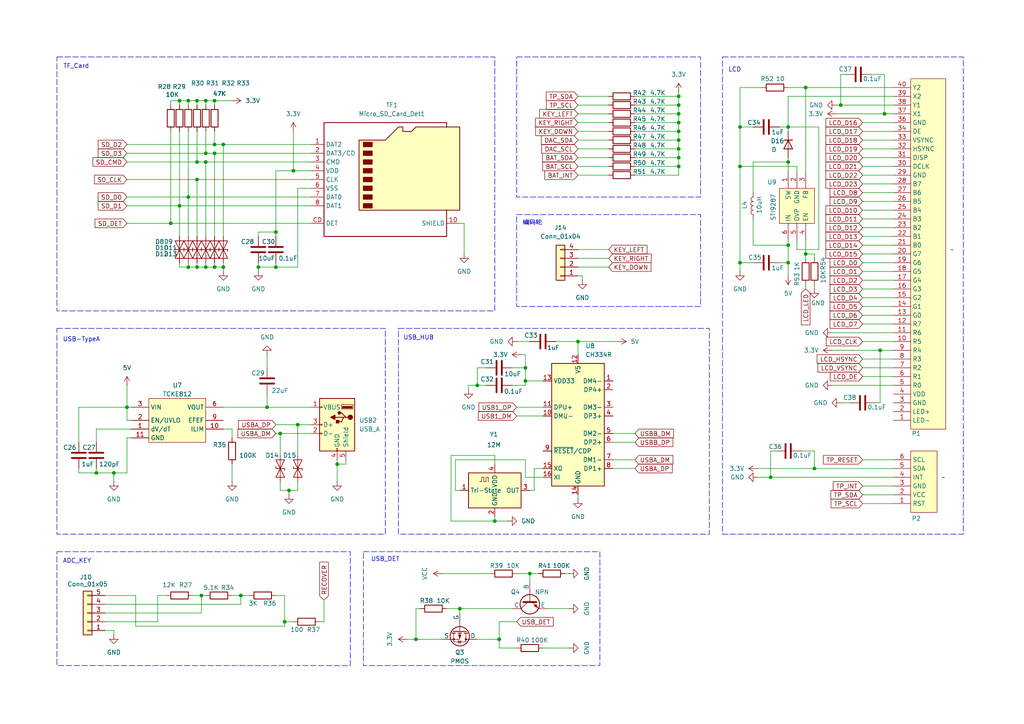
<source format=kicad_sch>
(kicad_sch (version 20250114) (generator "eeschema") (generator_version "9.0")
  (paper "A4")
  (rectangle (start 16.51 16.51) (end 143.51 90.17) (stroke (width 0) (type dash)))
  (rectangle (start 16.51 95.25) (end 111.76 154.94) (stroke (width 0) (type dash)))
  (rectangle (start 105.41 160.02) (end 173.99 193.04) (stroke (width 0) (type dash)))
  (rectangle (start 209.55 16.51) (end 279.4 154.94) (stroke (width 0) (type dash)))
  (rectangle (start 149.86 16.51) (end 203.2 57.15) (stroke (width 0) (type dash)))
  (rectangle (start 16.51 160.02) (end 101.6 193.04) (stroke (width 0) (type dash)))
  (rectangle (start 149.86 62.23) (end 203.2 88.9) (stroke (width 0) (type dash)))
  (rectangle (start 115.57 95.25) (end 205.74 154.94) (stroke (width 0) (type dash)))
  (text "ADC_KEY" (at 22.352 162.814 0) (effects (font (size 1.27 1.27))))
  (text "USB-TypeA" (at 23.622 98.552 0) (effects (font (size 1.27 1.27))))
  (text "编码轮" (at 154.432 64.77 0) (effects (font (size 1.27 1.27))))
  (text "USB_DET" (at 111.76 162.306 0) (effects (font (size 1.27 1.27))))
  (text "USB_HUB" (at 121.412 98.044 0) (effects (font (size 1.27 1.27))))
  (text "LCD" (at 213.106 20.32 0) (effects (font (size 1.27 1.27))))
  (text "TF_Card" (at 22.098 19.304 0) (effects (font (size 1.27 1.27))))
  (junction (at 233.68 25.4))
  (junction (at 54.61 77.47))
  (junction (at 153.67 166.37))
  (junction (at 62.23 29.21))
  (junction (at 196.85 43.18))
  (junction (at 69.85 172.72))
  (junction (at 81.28 125.73))
  (junction (at 86.36 123.19))
  (junction (at 36.83 118.11))
  (junction (at 49.53 64.77))
  (junction (at 59.69 29.21))
  (junction (at 54.61 57.15))
  (junction (at 196.85 33.02))
  (junction (at 243.84 30.48))
  (junction (at 62.23 77.47))
  (junction (at 120.65 185.42))
  (junction (at 80.01 67.31))
  (junction (at 85.09 49.53))
  (junction (at 62.23 41.91))
  (junction (at 57.15 46.99))
  (junction (at 214.63 48.26))
  (junction (at 196.85 35.56))
  (junction (at 64.77 77.47))
  (junction (at 83.82 142.24))
  (junction (at 196.85 40.64))
  (junction (at 33.02 137.16))
  (junction (at 62.23 44.45))
  (junction (at 57.15 52.07))
  (junction (at 59.69 77.47))
  (junction (at 82.55 180.34))
  (junction (at 196.85 27.94))
  (junction (at 58.42 172.72))
  (junction (at 196.85 30.48))
  (junction (at 52.07 59.69))
  (junction (at 138.43 111.76))
  (junction (at 223.52 138.43))
  (junction (at 59.69 46.99))
  (junction (at 214.63 76.2))
  (junction (at 233.68 73.66))
  (junction (at 236.22 135.89))
  (junction (at 143.51 151.13))
  (junction (at 196.85 38.1))
  (junction (at 54.61 29.21))
  (junction (at 59.69 44.45))
  (junction (at 27.94 137.16))
  (junction (at 196.85 45.72))
  (junction (at 152.4 110.49))
  (junction (at 152.4 106.68))
  (junction (at 97.79 134.62))
  (junction (at 228.6 36.83))
  (junction (at 80.01 77.47))
  (junction (at 133.35 176.53))
  (junction (at 196.85 48.26))
  (junction (at 255.27 101.6))
  (junction (at 74.93 77.47))
  (junction (at 214.63 36.83))
  (junction (at 167.64 99.06))
  (junction (at 57.15 77.47))
  (junction (at 64.77 41.91))
  (junction (at 228.6 46.99))
  (junction (at 228.6 71.12))
  (junction (at 57.15 29.21))
  (junction (at 256.54 33.02))
  (junction (at 228.6 76.2))
  (junction (at 144.78 185.42))
  (junction (at 52.07 29.21))
  (junction (at 77.47 118.11))
  (wire (pts (xy 22.86 137.16) (xy 27.94 137.16)))
  (wire (pts (xy 52.07 59.69) (xy 90.17 59.69)))
  (wire (pts (xy 153.67 166.37) (xy 156.21 166.37)))
  (wire (pts (xy 149.86 166.37) (xy 153.67 166.37)))
  (wire (pts (xy 36.83 64.77) (xy 49.53 64.77)))
  (wire (pts (xy 67.31 134.62) (xy 67.31 139.7)))
  (wire (pts (xy 82.55 181.61) (xy 82.55 180.34)))
  (wire (pts (xy 236.22 74.93) (xy 236.22 73.66)))
  (wire (pts (xy 54.61 57.15) (xy 90.17 57.15)))
  (wire (pts (xy 184.15 50.8) (xy 196.85 50.8)))
  (wire (pts (xy 233.68 82.55) (xy 233.68 83.82)))
  (wire (pts (xy 38.1 124.46) (xy 27.94 124.46)))
  (wire (pts (xy 62.23 29.21) (xy 67.31 29.21)))
  (wire (pts (xy 214.63 76.2) (xy 218.44 76.2)))
  (wire (pts (xy 259.08 27.94) (xy 228.6 27.94)))
  (wire (pts (xy 167.64 27.94) (xy 176.53 27.94)))
  (wire (pts (xy 154.94 142.24) (xy 154.94 135.89)))
  (wire (pts (xy 152.4 110.49) (xy 157.48 110.49)))
  (wire (pts (xy 140.97 106.68) (xy 138.43 106.68)))
  (wire (pts (xy 143.51 132.08) (xy 130.81 132.08)))
  (wire (pts (xy 167.64 40.64) (xy 176.53 40.64)))
  (wire (pts (xy 242.57 30.48) (xy 243.84 30.48)))
  (wire (pts (xy 243.84 116.84) (xy 246.38 116.84)))
  (wire (pts (xy 36.83 57.15) (xy 54.61 57.15)))
  (wire (pts (xy 144.78 187.96) (xy 144.78 185.42)))
  (wire (pts (xy 36.83 111.76) (xy 36.83 118.11)))
  (wire (pts (xy 177.8 128.27) (xy 184.15 128.27)))
  (wire (pts (xy 33.02 137.16) (xy 33.02 139.7)))
  (wire (pts (xy 149.86 120.65) (xy 157.48 120.65)))
  (wire (pts (xy 218.44 36.83) (xy 214.63 36.83)))
  (wire (pts (xy 255.27 116.84) (xy 254 116.84)))
  (wire (pts (xy 58.42 172.72) (xy 59.69 172.72)))
  (wire (pts (xy 250.19 55.88) (xy 259.08 55.88)))
  (wire (pts (xy 196.85 35.56) (xy 196.85 33.02)))
  (wire (pts (xy 176.53 77.47) (xy 167.64 77.47)))
  (wire (pts (xy 228.6 71.12) (xy 218.44 71.12)))
  (wire (pts (xy 250.19 43.18) (xy 259.08 43.18)))
  (wire (pts (xy 133.35 177.8) (xy 133.35 176.53)))
  (wire (pts (xy 64.77 41.91) (xy 90.17 41.91)))
  (wire (pts (xy 57.15 76.2) (xy 57.15 77.47)))
  (wire (pts (xy 241.3 111.76) (xy 259.08 111.76)))
  (wire (pts (xy 250.19 88.9) (xy 259.08 88.9)))
  (wire (pts (xy 57.15 38.1) (xy 57.15 46.99)))
  (wire (pts (xy 223.52 138.43) (xy 223.52 130.81)))
  (wire (pts (xy 67.31 172.72) (xy 69.85 172.72)))
  (wire (pts (xy 45.72 172.72) (xy 48.26 172.72)))
  (wire (pts (xy 152.4 138.43) (xy 152.4 133.35)))
  (wire (pts (xy 80.01 123.19) (xy 86.36 123.19)))
  (wire (pts (xy 57.15 77.47) (xy 59.69 77.47)))
  (wire (pts (xy 33.02 182.88) (xy 33.02 184.15)))
  (wire (pts (xy 250.19 71.12) (xy 259.08 71.12)))
  (wire (pts (xy 30.48 172.72) (xy 39.37 172.72)))
  (wire (pts (xy 158.75 176.53) (xy 165.1 176.53)))
  (wire (pts (xy 232.41 130.81) (xy 236.22 130.81)))
  (wire (pts (xy 97.79 133.35) (xy 97.79 134.62)))
  (wire (pts (xy 228.6 76.2) (xy 228.6 80.01)))
  (wire (pts (xy 250.19 83.82) (xy 259.08 83.82)))
  (wire (pts (xy 237.49 36.83) (xy 228.6 36.83)))
  (wire (pts (xy 250.19 73.66) (xy 259.08 73.66)))
  (wire (pts (xy 250.19 66.04) (xy 259.08 66.04)))
  (wire (pts (xy 177.8 135.89) (xy 184.15 135.89)))
  (wire (pts (xy 36.83 44.45) (xy 59.69 44.45)))
  (wire (pts (xy 59.69 44.45) (xy 62.23 44.45)))
  (wire (pts (xy 77.47 118.11) (xy 90.17 118.11)))
  (wire (pts (xy 152.4 102.87) (xy 152.4 106.68)))
  (wire (pts (xy 30.48 177.8) (xy 58.42 177.8)))
  (wire (pts (xy 236.22 82.55) (xy 236.22 83.82)))
  (wire (pts (xy 148.59 106.68) (xy 152.4 106.68)))
  (wire (pts (xy 93.98 180.34) (xy 92.71 180.34)))
  (wire (pts (xy 36.83 41.91) (xy 62.23 41.91)))
  (wire (pts (xy 250.19 53.34) (xy 259.08 53.34)))
  (wire (pts (xy 250.19 63.5) (xy 259.08 63.5)))
  (wire (pts (xy 133.35 176.53) (xy 148.59 176.53)))
  (wire (pts (xy 80.01 172.72) (xy 82.55 172.72)))
  (wire (pts (xy 228.6 25.4) (xy 233.68 25.4)))
  (wire (pts (xy 49.53 29.21) (xy 52.07 29.21)))
  (wire (pts (xy 54.61 29.21) (xy 57.15 29.21)))
  (wire (pts (xy 196.85 38.1) (xy 196.85 35.56)))
  (wire (pts (xy 83.82 142.24) (xy 81.28 142.24)))
  (wire (pts (xy 62.23 77.47) (xy 64.77 77.47)))
  (wire (pts (xy 86.36 77.47) (xy 80.01 77.47)))
  (wire (pts (xy 57.15 52.07) (xy 90.17 52.07)))
  (wire (pts (xy 54.61 38.1) (xy 54.61 57.15)))
  (wire (pts (xy 57.15 29.21) (xy 57.15 30.48)))
  (wire (pts (xy 38.1 118.11) (xy 36.83 118.11)))
  (wire (pts (xy 243.84 30.48) (xy 259.08 30.48)))
  (wire (pts (xy 120.65 185.42) (xy 128.27 185.42)))
  (wire (pts (xy 133.35 64.77) (xy 134.62 64.77)))
  (wire (pts (xy 184.15 33.02) (xy 196.85 33.02)))
  (wire (pts (xy 100.33 134.62) (xy 97.79 134.62)))
  (wire (pts (xy 27.94 137.16) (xy 33.02 137.16)))
  (wire (pts (xy 54.61 29.21) (xy 54.61 30.48)))
  (wire (pts (xy 135.89 111.76) (xy 138.43 111.76)))
  (wire (pts (xy 214.63 36.83) (xy 214.63 48.26)))
  (wire (pts (xy 59.69 29.21) (xy 62.23 29.21)))
  (wire (pts (xy 64.77 77.47) (xy 64.77 78.74)))
  (wire (pts (xy 86.36 139.7) (xy 86.36 142.24)))
  (wire (pts (xy 149.86 180.34) (xy 144.78 180.34)))
  (wire (pts (xy 74.93 67.31) (xy 80.01 67.31)))
  (wire (pts (xy 153.67 142.24) (xy 154.94 142.24)))
  (wire (pts (xy 177.8 125.73) (xy 184.15 125.73)))
  (wire (pts (xy 22.86 128.27) (xy 22.86 118.11)))
  (wire (pts (xy 250.19 99.06) (xy 259.08 99.06)))
  (wire (pts (xy 196.85 30.48) (xy 196.85 27.94)))
  (wire (pts (xy 228.6 76.2) (xy 228.6 71.12)))
  (wire (pts (xy 250.19 40.64) (xy 259.08 40.64)))
  (wire (pts (xy 62.23 41.91) (xy 64.77 41.91)))
  (wire (pts (xy 250.19 45.72) (xy 259.08 45.72)))
  (wire (pts (xy 250.19 38.1) (xy 259.08 38.1)))
  (wire (pts (xy 52.07 76.2) (xy 52.07 77.47)))
  (wire (pts (xy 219.71 138.43) (xy 223.52 138.43)))
  (wire (pts (xy 250.19 133.35) (xy 259.08 133.35)))
  (wire (pts (xy 55.88 172.72) (xy 58.42 172.72)))
  (wire (pts (xy 196.85 43.18) (xy 196.85 45.72)))
  (wire (pts (xy 85.09 49.53) (xy 90.17 49.53)))
  (wire (pts (xy 255.27 101.6) (xy 259.08 101.6)))
  (wire (pts (xy 184.15 27.94) (xy 196.85 27.94)))
  (wire (pts (xy 143.51 151.13) (xy 147.32 151.13)))
  (wire (pts (xy 54.61 57.15) (xy 54.61 68.58)))
  (wire (pts (xy 30.48 182.88) (xy 33.02 182.88)))
  (wire (pts (xy 74.93 77.47) (xy 74.93 78.74)))
  (wire (pts (xy 49.53 38.1) (xy 49.53 64.77)))
  (wire (pts (xy 27.94 124.46) (xy 27.94 128.27)))
  (wire (pts (xy 167.64 48.26) (xy 176.53 48.26)))
  (wire (pts (xy 245.11 21.59) (xy 243.84 21.59)))
  (wire (pts (xy 218.44 71.12) (xy 218.44 63.5)))
  (wire (pts (xy 226.06 76.2) (xy 228.6 76.2)))
  (wire (pts (xy 250.19 86.36) (xy 259.08 86.36)))
  (wire (pts (xy 81.28 142.24) (xy 81.28 139.7)))
  (wire (pts (xy 167.64 143.51) (xy 167.64 144.78)))
  (wire (pts (xy 233.68 69.85) (xy 233.68 73.66)))
  (wire (pts (xy 144.78 180.34) (xy 144.78 185.42)))
  (wire (pts (xy 138.43 111.76) (xy 140.97 111.76)))
  (wire (pts (xy 196.85 40.64) (xy 196.85 38.1)))
  (wire (pts (xy 196.85 48.26) (xy 196.85 50.8)))
  (wire (pts (xy 39.37 181.61) (xy 82.55 181.61)))
  (wire (pts (xy 59.69 46.99) (xy 90.17 46.99)))
  (wire (pts (xy 36.83 127) (xy 36.83 137.16)))
  (wire (pts (xy 52.07 59.69) (xy 52.07 68.58)))
  (wire (pts (xy 52.07 38.1) (xy 52.07 59.69)))
  (wire (pts (xy 64.77 41.91) (xy 64.77 68.58)))
  (wire (pts (xy 250.19 91.44) (xy 259.08 91.44)))
  (wire (pts (xy 85.09 38.1) (xy 85.09 49.53)))
  (wire (pts (xy 233.68 25.4) (xy 233.68 49.53)))
  (wire (pts (xy 36.83 59.69) (xy 52.07 59.69)))
  (wire (pts (xy 250.19 35.56) (xy 259.08 35.56)))
  (wire (pts (xy 250.19 78.74) (xy 259.08 78.74)))
  (wire (pts (xy 39.37 172.72) (xy 39.37 181.61)))
  (wire (pts (xy 143.51 132.08) (xy 143.51 134.62)))
  (wire (pts (xy 231.14 69.85) (xy 231.14 72.39)))
  (wire (pts (xy 118.11 185.42) (xy 120.65 185.42)))
  (wire (pts (xy 157.48 187.96) (xy 165.1 187.96)))
  (wire (pts (xy 256.54 33.02) (xy 259.08 33.02)))
  (wire (pts (xy 59.69 38.1) (xy 59.69 44.45)))
  (wire (pts (xy 59.69 29.21) (xy 59.69 30.48)))
  (wire (pts (xy 250.19 93.98) (xy 259.08 93.98)))
  (wire (pts (xy 80.01 67.31) (xy 80.01 68.58)))
  (wire (pts (xy 144.78 187.96) (xy 149.86 187.96)))
  (wire (pts (xy 38.1 127) (xy 36.83 127)))
  (wire (pts (xy 52.07 29.21) (xy 54.61 29.21)))
  (wire (pts (xy 128.27 166.37) (xy 142.24 166.37)))
  (wire (pts (xy 86.36 54.61) (xy 90.17 54.61)))
  (wire (pts (xy 80.01 77.47) (xy 80.01 76.2)))
  (wire (pts (xy 134.62 64.77) (xy 134.62 73.66)))
  (wire (pts (xy 220.98 25.4) (xy 214.63 25.4)))
  (wire (pts (xy 57.15 46.99) (xy 59.69 46.99)))
  (wire (pts (xy 59.69 76.2) (xy 59.69 77.47)))
  (wire (pts (xy 228.6 69.85) (xy 228.6 71.12)))
  (wire (pts (xy 132.08 142.24) (xy 133.35 142.24)))
  (wire (pts (xy 149.86 118.11) (xy 157.48 118.11)))
  (wire (pts (xy 161.29 99.06) (xy 167.64 99.06)))
  (wire (pts (xy 214.63 76.2) (xy 214.63 78.74)))
  (wire (pts (xy 226.06 36.83) (xy 228.6 36.83)))
  (wire (pts (xy 219.71 135.89) (xy 236.22 135.89)))
  (wire (pts (xy 228.6 46.99) (xy 228.6 49.53)))
  (wire (pts (xy 67.31 124.46) (xy 67.31 127)))
  (wire (pts (xy 62.23 38.1) (xy 62.23 41.91)))
  (wire (pts (xy 82.55 180.34) (xy 85.09 180.34)))
  (wire (pts (xy 130.81 132.08) (xy 130.81 151.13)))
  (wire (pts (xy 196.85 45.72) (xy 196.85 48.26)))
  (wire (pts (xy 80.01 49.53) (xy 85.09 49.53)))
  (wire (pts (xy 30.48 175.26) (xy 69.85 175.26)))
  (wire (pts (xy 74.93 68.58) (xy 74.93 67.31)))
  (wire (pts (xy 69.85 172.72) (xy 72.39 172.72)))
  (wire (pts (xy 231.14 49.53) (xy 231.14 48.26)))
  (wire (pts (xy 184.15 45.72) (xy 196.85 45.72)))
  (wire (pts (xy 250.19 143.51) (xy 259.08 143.51)))
  (wire (pts (xy 250.19 76.2) (xy 259.08 76.2)))
  (wire (pts (xy 57.15 29.21) (xy 59.69 29.21)))
  (wire (pts (xy 52.07 29.21) (xy 52.07 30.48)))
  (wire (pts (xy 64.77 118.11) (xy 77.47 118.11)))
  (wire (pts (xy 152.4 106.68) (xy 152.4 110.49)))
  (wire (pts (xy 149.86 99.06) (xy 153.67 99.06)))
  (wire (pts (xy 196.85 43.18) (xy 196.85 40.64)))
  (wire (pts (xy 36.83 121.92) (xy 36.83 118.11)))
  (wire (pts (xy 27.94 135.89) (xy 27.94 137.16)))
  (wire (pts (xy 62.23 44.45) (xy 62.23 68.58)))
  (wire (pts (xy 152.4 111.76) (xy 152.4 110.49)))
  (wire (pts (xy 243.84 21.59) (xy 243.84 30.48)))
  (wire (pts (xy 250.19 109.22) (xy 259.08 109.22)))
  (wire (pts (xy 132.08 133.35) (xy 132.08 142.24)))
  (wire (pts (xy 86.36 123.19) (xy 86.36 132.08)))
  (wire (pts (xy 184.15 30.48) (xy 196.85 30.48)))
  (wire (pts (xy 167.64 80.01) (xy 168.91 80.01)))
  (wire (pts (xy 52.07 77.47) (xy 54.61 77.47)))
  (wire (pts (xy 196.85 33.02) (xy 196.85 30.48)))
  (wire (pts (xy 22.86 118.11) (xy 36.83 118.11)))
  (wire (pts (xy 250.19 81.28) (xy 259.08 81.28)))
  (wire (pts (xy 250.19 48.26) (xy 259.08 48.26)))
  (wire (pts (xy 86.36 54.61) (xy 86.36 77.47)))
  (wire (pts (xy 80.01 125.73) (xy 81.28 125.73)))
  (wire (pts (xy 93.98 173.99) (xy 93.98 180.34)))
  (wire (pts (xy 138.43 106.68) (xy 138.43 111.76)))
  (wire (pts (xy 163.83 166.37) (xy 165.1 166.37)))
  (wire (pts (xy 69.85 172.72) (xy 69.85 175.26)))
  (wire (pts (xy 218.44 46.99) (xy 228.6 46.99)))
  (wire (pts (xy 255.27 101.6) (xy 255.27 116.84)))
  (wire (pts (xy 135.89 113.03) (xy 135.89 111.76)))
  (wire (pts (xy 121.92 176.53) (xy 120.65 176.53)))
  (wire (pts (xy 49.53 30.48) (xy 49.53 29.21)))
  (wire (pts (xy 233.68 25.4) (xy 259.08 25.4)))
  (wire (pts (xy 82.55 172.72) (xy 82.55 180.34)))
  (wire (pts (xy 167.64 99.06) (xy 167.64 102.87)))
  (wire (pts (xy 58.42 177.8) (xy 58.42 172.72)))
  (wire (pts (xy 80.01 67.31) (xy 80.01 49.53)))
  (wire (pts (xy 36.83 52.07) (xy 57.15 52.07)))
  (wire (pts (xy 228.6 45.72) (xy 228.6 46.99)))
  (wire (pts (xy 144.78 185.42) (xy 138.43 185.42)))
  (wire (pts (xy 54.61 76.2) (xy 54.61 77.47)))
  (wire (pts (xy 74.93 76.2) (xy 74.93 77.47)))
  (wire (pts (xy 62.23 76.2) (xy 62.23 77.47)))
  (wire (pts (xy 228.6 36.83) (xy 228.6 38.1)))
  (wire (pts (xy 167.64 33.02) (xy 176.53 33.02)))
  (wire (pts (xy 236.22 135.89) (xy 259.08 135.89)))
  (wire (pts (xy 59.69 46.99) (xy 59.69 68.58)))
  (wire (pts (xy 184.15 35.56) (xy 196.85 35.56)))
  (wire (pts (xy 38.1 121.92) (xy 36.83 121.92)))
  (wire (pts (xy 157.48 138.43) (xy 152.4 138.43)))
  (wire (pts (xy 196.85 27.94) (xy 196.85 26.67)))
  (wire (pts (xy 148.59 111.76) (xy 152.4 111.76)))
  (wire (pts (xy 167.64 35.56) (xy 176.53 35.56)))
  (wire (pts (xy 167.64 50.8) (xy 176.53 50.8)))
  (wire (pts (xy 151.13 102.87) (xy 152.4 102.87)))
  (wire (pts (xy 129.54 176.53) (xy 133.35 176.53)))
  (wire (pts (xy 236.22 130.81) (xy 236.22 135.89)))
  (wire (pts (xy 81.28 125.73) (xy 81.28 132.08)))
  (wire (pts (xy 233.68 73.66) (xy 236.22 73.66)))
  (wire (pts (xy 49.53 64.77) (xy 90.17 64.77)))
  (wire (pts (xy 214.63 48.26) (xy 214.63 76.2)))
  (wire (pts (xy 231.14 72.39) (xy 237.49 72.39)))
  (wire (pts (xy 62.23 29.21) (xy 62.23 30.48)))
  (wire (pts (xy 54.61 77.47) (xy 57.15 77.47)))
  (wire (pts (xy 59.69 77.47) (xy 62.23 77.47)))
  (wire (pts (xy 77.47 102.87) (xy 77.47 106.68)))
  (wire (pts (xy 218.44 55.88) (xy 218.44 46.99)))
  (wire (pts (xy 184.15 40.64) (xy 196.85 40.64)))
  (wire (pts (xy 62.23 44.45) (xy 90.17 44.45)))
  (wire (pts (xy 167.64 30.48) (xy 176.53 30.48)))
  (wire (pts (xy 77.47 114.3) (xy 77.47 118.11)))
  (wire (pts (xy 64.77 124.46) (xy 67.31 124.46)))
  (wire (pts (xy 57.15 52.07) (xy 57.15 68.58)))
  (wire (pts (xy 241.3 101.6) (xy 255.27 101.6)))
  (wire (pts (xy 130.81 151.13) (xy 143.51 151.13)))
  (wire (pts (xy 86.36 123.19) (xy 90.17 123.19)))
  (wire (pts (xy 33.02 137.16) (xy 36.83 137.16)))
  (wire (pts (xy 252.73 21.59) (xy 256.54 21.59)))
  (wire (pts (xy 120.65 185.42) (xy 120.65 176.53)))
  (wire (pts (xy 241.3 96.52) (xy 259.08 96.52)))
  (wire (pts (xy 233.68 73.66) (xy 233.68 74.93)))
  (wire (pts (xy 250.19 140.97) (xy 259.08 140.97)))
  (wire (pts (xy 242.57 33.02) (xy 256.54 33.02)))
  (wire (pts (xy 250.19 68.58) (xy 259.08 68.58)))
  (wire (pts (xy 30.48 180.34) (xy 45.72 180.34)))
  (wire (pts (xy 167.64 99.06) (xy 179.07 99.06)))
  (wire (pts (xy 250.19 60.96) (xy 259.08 60.96)))
  (wire (pts (xy 36.83 46.99) (xy 57.15 46.99)))
  (wire (pts (xy 154.94 135.89) (xy 157.48 135.89)))
  (wire (pts (xy 81.28 125.73) (xy 90.17 125.73)))
  (wire (pts (xy 250.19 104.14) (xy 259.08 104.14)))
  (wire (pts (xy 86.36 142.24) (xy 83.82 142.24)))
  (wire (pts (xy 100.33 133.35) (xy 100.33 134.62)))
  (wire (pts (xy 97.79 134.62) (xy 97.79 139.7)))
  (wire (pts (xy 231.14 48.26) (xy 214.63 48.26)))
  (wire (pts (xy 250.19 146.05) (xy 259.08 146.05)))
  (wire (pts (xy 184.15 48.26) (xy 196.85 48.26)))
  (wire (pts (xy 256.54 21.59) (xy 256.54 33.02)))
  (wire (pts (xy 223.52 138.43) (xy 259.08 138.43)))
  (wire (pts (xy 177.8 133.35) (xy 184.15 133.35)))
  (wire (pts (xy 237.49 72.39) (xy 237.49 36.83)))
  (wire (pts (xy 45.72 180.34) (xy 45.72 172.72)))
  (wire (pts (xy 184.15 38.1) (xy 196.85 38.1)))
  (wire (pts (xy 184.15 43.18) (xy 196.85 43.18)))
  (wire (pts (xy 167.64 45.72) (xy 176.53 45.72)))
  (wire (pts (xy 64.77 76.2) (xy 64.77 77.47)))
  (wire (pts (xy 153.67 168.91) (xy 153.67 166.37)))
  (wire (pts (xy 22.86 135.89) (xy 22.86 137.16)))
  (wire (pts (xy 176.53 72.39) (xy 167.64 72.39)))
  (wire (pts (xy 143.51 151.13) (xy 143.51 149.86)))
  (wire (pts (xy 80.01 77.47) (xy 74.93 77.47)))
  (wire (pts (xy 83.82 142.24) (xy 83.82 143.51)))
  (wire (pts (xy 228.6 27.94) (xy 228.6 36.83)))
  (wire (pts (xy 168.91 80.01) (xy 168.91 81.28)))
  (wire (pts (xy 167.64 38.1) (xy 176.53 38.1)))
  (wire (pts (xy 214.63 25.4) (xy 214.63 36.83)))
  (wire (pts (xy 176.53 74.93) (xy 167.64 74.93)))
  (wire (pts (xy 250.19 50.8) (xy 259.08 50.8)))
  (wire (pts (xy 167.64 43.18) (xy 176.53 43.18)))
  (wire (pts (xy 223.52 130.81) (xy 224.79 130.81)))
  (wire (pts (xy 152.4 133.35) (xy 132.08 133.35)))
  (wire (pts (xy 250.19 106.68) (xy 259.08 106.68)))
  (wire (pts (xy 250.19 58.42) (xy 259.08 58.42)))
  (global_label "USBA_DM" (shape input) (at 184.15 133.35 0) (property "Intersheetrefs" "${INTERSHEET_REFS}" (effects (hide yes))))
  (global_label "SD_D1" (shape input) (at 36.83 59.69 180) (property "Intersheetrefs" "${INTERSHEET_REFS}" (effects (hide yes))))
  (global_label "LCD_D13" (shape input) (at 250.19 68.58 180) (property "Intersheetrefs" "${INTERSHEET_REFS}" (effects (hide yes))))
  (global_label "LCD_D23" (shape input) (at 250.19 53.34 180) (property "Intersheetrefs" "${INTERSHEET_REFS}" (effects (hide yes))))
  (global_label "LCD_D21" (shape input) (at 250.19 48.26 180) (property "Intersheetrefs" "${INTERSHEET_REFS}" (effects (hide yes))))
  (global_label "USBB_DM" (shape input) (at 184.15 125.73 0) (property "Intersheetrefs" "${INTERSHEET_REFS}" (effects (hide yes))))
  (global_label "LCD_D6" (shape input) (at 250.19 91.44 180) (property "Intersheetrefs" "${INTERSHEET_REFS}" (effects (hide yes))))
  (global_label "USBA_DP" (shape input) (at 184.15 135.89 0) (property "Intersheetrefs" "${INTERSHEET_REFS}" (effects (hide yes))))
  (global_label "LCD_D9" (shape input) (at 250.19 58.42 180) (property "Intersheetrefs" "${INTERSHEET_REFS}" (effects (hide yes))))
  (global_label "LCD_D11" (shape input) (at 250.19 63.5 180) (property "Intersheetrefs" "${INTERSHEET_REFS}" (effects (hide yes))))
  (global_label "TP_SDA" (shape input) (at 167.64 27.94 180) (property "Intersheetrefs" "${INTERSHEET_REFS}" (effects (hide yes))))
  (global_label "LCD_D19" (shape input) (at 250.19 43.18 180) (property "Intersheetrefs" "${INTERSHEET_REFS}" (effects (hide yes))))
  (global_label "LCD_D4" (shape input) (at 250.19 86.36 180) (property "Intersheetrefs" "${INTERSHEET_REFS}" (effects (hide yes))))
  (global_label "RECOVER" (shape input) (at 93.98 173.99 90) (property "Intersheetrefs" "${INTERSHEET_REFS}" (effects (hide yes))))
  (global_label "LCD_D3" (shape input) (at 250.19 83.82 180) (property "Intersheetrefs" "${INTERSHEET_REFS}" (effects (hide yes))))
  (global_label "SD_D3" (shape input) (at 36.83 44.45 180) (property "Intersheetrefs" "${INTERSHEET_REFS}" (effects (hide yes))))
  (global_label "TP_SDA" (shape input) (at 250.19 143.51 180) (property "Intersheetrefs" "${INTERSHEET_REFS}" (effects (hide yes))))
  (global_label "LCD_D16" (shape input) (at 250.19 35.56 180) (property "Intersheetrefs" "${INTERSHEET_REFS}" (effects (hide yes))))
  (global_label "BAT_INT" (shape input) (at 167.64 50.8 180) (property "Intersheetrefs" "${INTERSHEET_REFS}" (effects (hide yes))))
  (global_label "KEY_RIGHT" (shape input) (at 167.64 35.56 180) (property "Intersheetrefs" "${INTERSHEET_REFS}" (effects (hide yes))))
  (global_label "TP_SCL" (shape input) (at 167.64 30.48 180) (property "Intersheetrefs" "${INTERSHEET_REFS}" (effects (hide yes))))
  (global_label "SD_CLK" (shape input) (at 36.83 52.07 180) (property "Intersheetrefs" "${INTERSHEET_REFS}" (effects (hide yes))))
  (global_label "SD_CMD" (shape input) (at 36.83 46.99 180) (property "Intersheetrefs" "${INTERSHEET_REFS}" (effects (hide yes))))
  (global_label "LCD_D7" (shape input) (at 250.19 93.98 180) (property "Intersheetrefs" "${INTERSHEET_REFS}" (effects (hide yes))))
  (global_label "KEY_RIGHT" (shape input) (at 176.53 74.93 0) (property "Intersheetrefs" "${INTERSHEET_REFS}" (effects (hide yes))))
  (global_label "LCD_D20" (shape input) (at 250.19 45.72 180) (property "Intersheetrefs" "${INTERSHEET_REFS}" (effects (hide yes))))
  (global_label "LCD_D15" (shape input) (at 250.19 73.66 180) (property "Intersheetrefs" "${INTERSHEET_REFS}" (effects (hide yes))))
  (global_label "BAT_SCL" (shape input) (at 167.64 48.26 180) (property "Intersheetrefs" "${INTERSHEET_REFS}" (effects (hide yes))))
  (global_label "LCD_D22" (shape input) (at 250.19 50.8 180) (property "Intersheetrefs" "${INTERSHEET_REFS}" (effects (hide yes))))
  (global_label "DAC_SCL" (shape input) (at 167.64 43.18 180) (property "Intersheetrefs" "${INTERSHEET_REFS}" (effects (hide yes))))
  (global_label "LCD_CLK" (shape input) (at 250.19 99.06 180) (property "Intersheetrefs" "${INTERSHEET_REFS}" (effects (hide yes))))
  (global_label "BAT_SDA" (shape input) (at 167.64 45.72 180) (property "Intersheetrefs" "${INTERSHEET_REFS}" (effects (hide yes))))
  (global_label "LCD_D2" (shape input) (at 250.19 81.28 180) (property "Intersheetrefs" "${INTERSHEET_REFS}" (effects (hide yes))))
  (global_label "KEY_LEFT" (shape input) (at 167.64 33.02 180) (property "Intersheetrefs" "${INTERSHEET_REFS}" (effects (hide yes))))
  (global_label "TP_INT" (shape input) (at 250.19 140.97 180) (property "Intersheetrefs" "${INTERSHEET_REFS}" (effects (hide yes))))
  (global_label "LCD_D0" (shape input) (at 250.19 76.2 180) (property "Intersheetrefs" "${INTERSHEET_REFS}" (effects (hide yes))))
  (global_label "USBB_DP" (shape input) (at 184.15 128.27 0) (property "Intersheetrefs" "${INTERSHEET_REFS}" (effects (hide yes))))
  (global_label "KEY_LEFT" (shape input) (at 176.53 72.39 0) (property "Intersheetrefs" "${INTERSHEET_REFS}" (effects (hide yes))))
  (global_label "LCD_D8" (shape input) (at 250.19 55.88 180) (property "Intersheetrefs" "${INTERSHEET_REFS}" (effects (hide yes))))
  (global_label "LCD_D5" (shape input) (at 250.19 88.9 180) (property "Intersheetrefs" "${INTERSHEET_REFS}" (effects (hide yes))))
  (global_label "KEY_DOWN" (shape input) (at 167.64 38.1 180) (property "Intersheetrefs" "${INTERSHEET_REFS}" (effects (hide yes))))
  (global_label "USB1_DP" (shape input) (at 149.86 118.11 180) (property "Intersheetrefs" "${INTERSHEET_REFS}" (effects (hide yes))))
  (global_label "LCD_DE" (shape input) (at 250.19 109.22 180) (property "Intersheetrefs" "${INTERSHEET_REFS}" (effects (hide yes))))
  (global_label "SD_D2" (shape input) (at 36.83 41.91 180) (property "Intersheetrefs" "${INTERSHEET_REFS}" (effects (hide yes))))
  (global_label "SD_DET" (shape input) (at 36.83 64.77 180) (property "Intersheetrefs" "${INTERSHEET_REFS}" (effects (hide yes))))
  (global_label "USB_DET" (shape input) (at 149.86 180.34 0) (property "Intersheetrefs" "${INTERSHEET_REFS}" (effects (hide yes))))
  (global_label "LCD_HSYNC" (shape input) (at 250.19 104.14 180) (property "Intersheetrefs" "${INTERSHEET_REFS}" (effects (hide yes))))
  (global_label "LCD_D17" (shape input) (at 250.19 38.1 180) (property "Intersheetrefs" "${INTERSHEET_REFS}" (effects (hide yes))))
  (global_label "USBA_DM" (shape input) (at 80.01 125.73 180) (property "Intersheetrefs" "${INTERSHEET_REFS}" (effects (hide yes))))
  (global_label "USBA_DP" (shape input) (at 80.01 123.19 180) (property "Intersheetrefs" "${INTERSHEET_REFS}" (effects (hide yes))))
  (global_label "DAC_SDA" (shape input) (at 167.64 40.64 180) (property "Intersheetrefs" "${INTERSHEET_REFS}" (effects (hide yes))))
  (global_label "SD_D0" (shape input) (at 36.83 57.15 180) (property "Intersheetrefs" "${INTERSHEET_REFS}" (effects (hide yes))))
  (global_label "TP_RESET" (shape input) (at 250.19 133.35 180) (property "Intersheetrefs" "${INTERSHEET_REFS}" (effects (hide yes))))
  (global_label "LCD_D1" (shape input) (at 250.19 78.74 180) (property "Intersheetrefs" "${INTERSHEET_REFS}" (effects (hide yes))))
  (global_label "LCD_LED" (shape input) (at 233.68 83.82 270) (property "Intersheetrefs" "${INTERSHEET_REFS}" (effects (hide yes))))
  (global_label "LCD_VSYNC" (shape input) (at 250.19 106.68 180) (property "Intersheetrefs" "${INTERSHEET_REFS}" (effects (hide yes))))
  (global_label "LCD_D12" (shape input) (at 250.19 66.04 180) (property "Intersheetrefs" "${INTERSHEET_REFS}" (effects (hide yes))))
  (global_label "KEY_DOWN" (shape input) (at 176.53 77.47 0) (property "Intersheetrefs" "${INTERSHEET_REFS}" (effects (hide yes))))
  (global_label "TP_SCL" (shape input) (at 250.19 146.05 180) (property "Intersheetrefs" "${INTERSHEET_REFS}" (effects (hide yes))))
  (global_label "LCD_D18" (shape input) (at 250.19 40.64 180) (property "Intersheetrefs" "${INTERSHEET_REFS}" (effects (hide yes))))
  (global_label "LCD_D10" (shape input) (at 250.19 60.96 180) (property "Intersheetrefs" "${INTERSHEET_REFS}" (effects (hide yes))))
  (global_label "USB1_DM" (shape input) (at 149.86 120.65 180) (property "Intersheetrefs" "${INTERSHEET_REFS}" (effects (hide yes))))
  (global_label "LCD_D14" (shape input) (at 250.19 71.12 180) (property "Intersheetrefs" "${INTERSHEET_REFS}" (effects (hide yes))))
  (symbol (lib_id "power:GND") (at 83.82 143.51 0) (unit 1)
    (property "Reference" "#PWR058" (effects (hide yes)))
    (property "Value" "GND" (at 83.82 148.59 0))
    (property "Description" "Power symbol creates a global label with name \"GND\" , ground" (effects (hide yes)))
  )
  (symbol (lib_id "Device:C") (at 144.78 111.76 90) (unit 1)
    (property "Reference" "C32" (at 143.256 109.982 90) (effects (justify left)))
    (property "Value" "0.1uF" (at 151.638 113.538 90) (effects (justify left)))
    (property "Footprint" "Capacitor_SMD:C_0402_1005Metric_Pad0.74x0.62mm_HandSolder" (effects (hide yes)))
    (property "Description" "Unpolarized capacitor" (effects (hide yes)))
  )
  (symbol (lib_id "power:GND") (at 243.84 116.84 270) (unit 1)
    (property "Reference" "#PWR085" (effects (hide yes)))
    (property "Value" "GND" (at 240.03 116.8399 90) (effects (justify right)))
    (property "Description" "Power symbol creates a global label with name \"GND\" , ground" (effects (hide yes)))
  )
  (symbol (lib_id "power:GND") (at 165.1 176.53 90) (unit 1)
    (property "Reference" "#PWR070" (effects (hide yes)))
    (property "Value" "GND" (at 170.18 176.53 0))
    (property "Description" "Power symbol creates a global label with name \"GND\" , ground" (effects (hide yes)))
  )
  (symbol (lib_id "Diode:ESD9B5.0ST5G") (at 62.23 72.39 90) (unit 1)
    (property "Reference" "D12" (at 44.958 73.66 90) (effects (justify right)))
    (property "Value" "ESD9B5.0ST5G" (effects (hide yes)))
    (property "Footprint" "Diode_SMD:D_SOD-523" (effects (hide yes)))
    (property "Datasheet" "https://www.onsemi.com/pub/Collateral/ESD9B-D.PDF" (effects (hide yes)))
    (property "Description" "ESD protection diode, 5.0Vrwm, SOD-923" (effects (hide yes)))
  )
  (symbol (lib_id "Device:R") (at 63.5 172.72 270) (unit 1)
    (property "Reference" "R34" (at 66.04 170.434 90))
    (property "Value" "5.1K" (at 61.214 170.434 90))
    (property "Footprint" "Resistor_SMD:R_0402_1005Metric_Pad0.72x0.64mm_HandSolder" (effects (hide yes)))
    (property "Description" "Resistor" (effects (hide yes)))
  )
  (symbol (lib_id "Device:R") (at 180.34 40.64 270) (unit 1)
    (property "Reference" "R47" (at 187.452 39.624 90) (effects (justify right)))
    (property "Value" "4.7K" (at 193.04 39.624 90) (effects (justify right)))
    (property "Footprint" "Capacitor_SMD:C_0402_1005Metric_Pad0.74x0.62mm_HandSolder" (effects (hide yes)))
    (property "Description" "Resistor" (effects (hide yes)))
  )
  (symbol (lib_id "power:VCC") (at 118.11 185.42 90) (unit 1)
    (property "Reference" "#PWR062" (effects (hide yes)))
    (property "Value" "3.3V" (at 113.03 185.42 0))
    (property "Description" "Power symbol creates a global label with name \"VCC\"" (effects (hide yes)))
  )
  (symbol (lib_id "Connector:USB_A") (at 97.79 123.19 0) (mirror y) (unit 1)
    (property "Reference" "USB2" (at 104.14 121.9199 0) (effects (justify right)))
    (property "Value" "USB_A" (at 104.14 124.4599 0) (effects (justify right)))
    (property "Footprint" "coloryr:USB-A-TH_AF-ZJWG" (effects (hide yes)))
    (property "Description" "USB Type A connector" (effects (hide yes)))
  )
  (symbol (lib_id "Device:R") (at 146.05 166.37 90) (unit 1)
    (property "Reference" "R39" (at 144.018 164.084 90))
    (property "Value" "10K" (at 148.844 164.084 90))
    (property "Footprint" "Resistor_SMD:R_0402_1005Metric_Pad0.72x0.64mm_HandSolder" (effects (hide yes)))
    (property "Description" "Resistor" (effects (hide yes)))
  )
  (symbol (lib_id "Device:C") (at 74.93 72.39 0) (unit 1)
    (property "Reference" "C28" (at 69.85 70.104 0) (effects (justify left)))
    (property "Value" "10uF" (at 74.93 74.93 0) (effects (justify left)))
    (property "Footprint" "Capacitor_SMD:C_0402_1005Metric_Pad0.74x0.62mm_HandSolder" (effects (hide yes)))
    (property "Description" "Unpolarized capacitor" (effects (hide yes)))
  )
  (symbol (lib_id "power:GND") (at 134.62 73.66 0) (unit 1)
    (property "Reference" "#PWR063" (effects (hide yes)))
    (property "Value" "GND" (at 134.62 78.74 0))
    (property "Description" "Power symbol creates a global label with name \"GND\" , ground" (effects (hide yes)))
  )
  (symbol (lib_id "Device:R") (at 52.07 34.29 0) (unit 1)
    (property "Reference" "R29" (at 50.038 25.146 0) (effects (justify left)))
    (property "Value" "10K" (at 48.006 27.432 0) (effects (justify left)))
    (property "Footprint" "Resistor_SMD:R_0402_1005Metric_Pad0.72x0.64mm_HandSolder" (effects (hide yes)))
    (property "Description" "Resistor" (effects (hide yes)))
  )
  (symbol (lib_id "Device:R") (at 180.34 50.8 270) (unit 1)
    (property "Reference" "R51" (at 187.452 49.784 90) (effects (justify right)))
    (property "Value" "4.7K" (at 193.04 49.784 90) (effects (justify right)))
    (property "Footprint" "Capacitor_SMD:C_0402_1005Metric_Pad0.74x0.62mm_HandSolder" (effects (hide yes)))
    (property "Description" "Resistor" (effects (hide yes)))
  )
  (symbol (lib_id "Device:C") (at 250.19 116.84 90) (unit 1)
    (property "Reference" "C38" (at 248.412 115.316 90) (effects (justify left)))
    (property "Value" "0.1uF" (at 257.048 118.11 90) (effects (justify left)))
    (property "Footprint" "Capacitor_SMD:C_0402_1005Metric_Pad0.74x0.62mm_HandSolder" (effects (hide yes)))
    (property "Description" "Unpolarized capacitor" (effects (hide yes)))
  )
  (symbol (lib_id "Device:C") (at 248.92 21.59 90) (unit 1)
    (property "Reference" "C37" (at 247.142 20.066 90) (effects (justify left)))
    (property "Value" "0.1uF" (at 255.778 22.86 90) (effects (justify left)))
    (property "Footprint" "Capacitor_SMD:C_0402_1005Metric_Pad0.74x0.62mm_HandSolder" (effects (hide yes)))
    (property "Description" "Unpolarized capacitor" (effects (hide yes)))
  )
  (symbol (lib_id "Diode:ESD9B5.0ST5G") (at 81.28 135.89 90) (unit 1)
    (property "Reference" "D14" (at 76.962 132.08 90) (effects (justify right)))
    (property "Value" "ESD9B5.0ST5G" (effects (hide yes)))
    (property "Footprint" "Diode_SMD:D_SOD-523" (effects (hide yes)))
    (property "Datasheet" "https://www.onsemi.com/pub/Collateral/ESD9B-D.PDF" (effects (hide yes)))
    (property "Description" "ESD protection diode, 5.0Vrwm, SOD-923" (effects (hide yes)))
  )
  (symbol (lib_id "Device:R") (at 62.23 34.29 0) (unit 1)
    (property "Reference" "R33" (at 68.58 24.13 0) (effects (justify left)))
    (property "Value" "47K" (at 61.722 27.178 0) (effects (justify left)))
    (property "Footprint" "Resistor_SMD:R_0402_1005Metric_Pad0.72x0.64mm_HandSolder" (effects (hide yes)))
    (property "Description" "Resistor" (effects (hide yes)))
  )
  (symbol (lib_id "power:VCC") (at 196.85 26.67 0) (unit 1)
    (property "Reference" "#PWR074" (effects (hide yes)))
    (property "Value" "3.3V" (at 196.85 21.59 0))
    (property "Description" "Power symbol creates a global label with name \"VCC\"" (effects (hide yes)))
  )
  (symbol (lib_id "power:VCC") (at 228.6 80.01 180) (unit 1)
    (property "Reference" "#PWR078" (effects (hide yes)))
    (property "Value" "5V" (at 228.6 85.09 0))
    (property "Description" "Power symbol creates a global label with name \"VCC\"" (effects (hide yes)))
  )
  (symbol (lib_id "Device:R") (at 236.22 78.74 0) (unit 1)
    (property "Reference" "R54" (at 238.76 76.454 90))
    (property "Value" "10K" (at 238.76 80.264 90))
    (property "Footprint" "Resistor_SMD:R_0402_1005Metric_Pad0.72x0.64mm_HandSolder" (effects (hide yes)))
    (property "Description" "Resistor" (effects (hide yes)))
  )
  (symbol (lib_id "Connector:Micro_SD_Card_Det1") (at 113.03 52.07 0) (unit 1)
    (property "Reference" "TF1" (at 113.665 30.48 0))
    (property "Value" "Micro_SD_Card_Det1" (at 113.665 33.02 0))
    (property "Footprint" "coloryr:TF-SMD_TF-PUSH" (effects (hide yes)))
    (property "Datasheet" "https://datasheet.lcsc.com/lcsc/2110151630_XKB-Connectivity-XKTF-015-N_C381082.pdf" (effects (hide yes)))
    (property "Description" "Micro SD Card Socket with one card detection pin" (effects (hide yes)))
  )
  (symbol (lib_id "power:VCC") (at 151.13 102.87 90) (unit 1)
    (property "Reference" "#PWR068" (effects (hide yes)))
    (property "Value" "3.3V" (at 147.32 102.8699 90) (effects (justify left)))
    (property "Description" "Power symbol creates a global label with name \"VCC\"" (effects (hide yes)))
  )
  (symbol (lib_id "power:GND") (at 33.02 139.7 0) (mirror y) (unit 1)
    (property "Reference" "#PWR048" (effects (hide yes)))
    (property "Value" "GND" (at 33.02 144.78 0))
    (property "Description" "Power symbol creates a global label with name \"GND\" , ground" (effects (hide yes)))
  )
  (symbol (lib_id "power:GND") (at 241.3 96.52 270) (unit 1)
    (property "Reference" "#PWR080" (effects (hide yes)))
    (property "Value" "GND" (at 237.49 96.5199 90) (effects (justify right)))
    (property "Description" "Power symbol creates a global label with name \"GND\" , ground" (effects (hide yes)))
  )
  (symbol (lib_id "Device:R") (at 76.2 172.72 270) (unit 1)
    (property "Reference" "R36" (at 78.232 175.006 90))
    (property "Value" "3K" (at 73.406 175.006 90))
    (property "Footprint" "Resistor_SMD:R_0402_1005Metric_Pad0.72x0.64mm_HandSolder" (effects (hide yes)))
    (property "Description" "Resistor" (effects (hide yes)))
  )
  (symbol (lib_id "power:VCC") (at 242.57 33.02 90) (unit 1)
    (property "Reference" "#PWR084" (effects (hide yes)))
    (property "Value" "3.3V" (at 238.76 33.0199 90) (effects (justify left)))
    (property "Description" "Power symbol creates a global label with name \"VCC\"" (effects (hide yes)))
  )
  (symbol (lib_id "Device:C") (at 222.25 76.2 90) (unit 1)
    (property "Reference" "C35" (at 218.948 74.676 90))
    (property "Value" "1uF" (at 225.552 77.724 90))
    (property "Footprint" "Capacitor_SMD:C_0402_1005Metric_Pad0.74x0.62mm_HandSolder" (effects (hide yes)))
    (property "Description" "Unpolarized capacitor" (effects (hide yes)))
  )
  (symbol (lib_id "power:GND") (at 242.57 30.48 270) (unit 1)
    (property "Reference" "#PWR083" (effects (hide yes)))
    (property "Value" "GND" (at 238.76 30.4799 90) (effects (justify right)))
    (property "Description" "Power symbol creates a global label with name \"GND\" , ground" (effects (hide yes)))
  )
  (symbol (lib_id "power:VCC") (at 241.3 101.6 90) (unit 1)
    (property "Reference" "#PWR081" (effects (hide yes)))
    (property "Value" "3.3V" (at 237.49 101.5999 90) (effects (justify left)))
    (property "Description" "Power symbol creates a global label with name \"VCC\"" (effects (hide yes)))
  )
  (symbol (lib_id "Device:R") (at 160.02 166.37 90) (unit 1)
    (property "Reference" "R41" (at 157.988 164.084 90))
    (property "Value" "100K" (at 162.814 164.084 90))
    (property "Footprint" "Resistor_SMD:R_0402_1005Metric_Pad0.72x0.64mm_HandSolder" (effects (hide yes)))
    (property "Description" "Resistor" (effects (hide yes)))
  )
  (symbol (lib_id "Diode:ESD9B5.0ST5G") (at 52.07 72.39 90) (unit 1)
    (property "Reference" "D8" (at 44.958 70.104 90) (effects (justify right)))
    (property "Value" "ESD9B5.0ST5G" (effects (hide yes)))
    (property "Footprint" "Diode_SMD:D_SOD-523" (effects (hide yes)))
    (property "Datasheet" "https://www.onsemi.com/pub/Collateral/ESD9B-D.PDF" (effects (hide yes)))
    (property "Description" "ESD protection diode, 5.0Vrwm, SOD-923" (effects (hide yes)))
  )
  (symbol (lib_id "Diode:ESD9B5.0ST5G") (at 54.61 72.39 90) (unit 1)
    (property "Reference" "D9" (at 47.498 70.104 90) (effects (justify right)))
    (property "Value" "ESD9B5.0ST5G" (effects (hide yes)))
    (property "Footprint" "Diode_SMD:D_SOD-523" (effects (hide yes)))
    (property "Datasheet" "https://www.onsemi.com/pub/Collateral/ESD9B-D.PDF" (effects (hide yes)))
    (property "Description" "ESD protection diode, 5.0Vrwm, SOD-923" (effects (hide yes)))
  )
  (symbol (lib_id "Diode:ESD9B5.0ST5G") (at 57.15 72.39 90) (unit 1)
    (property "Reference" "D10" (at 44.958 71.882 90) (effects (justify right)))
    (property "Value" "ESD9B5.0ST5G" (effects (hide yes)))
    (property "Footprint" "Diode_SMD:D_SOD-523" (effects (hide yes)))
    (property "Datasheet" "https://www.onsemi.com/pub/Collateral/ESD9B-D.PDF" (effects (hide yes)))
    (property "Description" "ESD protection diode, 5.0Vrwm, SOD-923" (effects (hide yes)))
  )
  (symbol (lib_id "Device:R") (at 180.34 38.1 270) (unit 1)
    (property "Reference" "R46" (at 187.452 37.084 90) (effects (justify right)))
    (property "Value" "4.7K" (at 193.04 37.084 90) (effects (justify right)))
    (property "Footprint" "Capacitor_SMD:C_0402_1005Metric_Pad0.74x0.62mm_HandSolder" (effects (hide yes)))
    (property "Description" "Resistor" (effects (hide yes)))
  )
  (symbol (lib_id "power:VCC") (at 128.27 166.37 90) (unit 1)
    (property "Reference" "#PWR065" (effects (hide yes)))
    (property "Value" "VCC" (at 123.19 166.37 0))
    (property "Description" "Power symbol creates a global label with name \"VCC\"" (effects (hide yes)))
  )
  (symbol (lib_id "Connector_Generic:Conn_01x05") (at 25.4 177.8 180) (unit 1)
    (property "Reference" "J10" (at 24.892 167.386 0))
    (property "Value" "Conn_01x05" (at 25.4 169.418 0))
    (property "Footprint" "Connector_PinHeader_2.00mm:PinHeader_1x05_P2.00mm_Vertical" (effects (hide yes)))
    (property "Description" "Generic connector, single row, 01x05, script generated (kicad-library-utils/schlib/autogen/connector/)" (effects (hide yes)))
  )
  (symbol (lib_id "Device:R") (at 180.34 45.72 270) (unit 1)
    (property "Reference" "R49" (at 187.452 44.704 90) (effects (justify right)))
    (property "Value" "4.7K" (at 193.04 44.704 90) (effects (justify right)))
    (property "Footprint" "Capacitor_SMD:C_0402_1005Metric_Pad0.74x0.62mm_HandSolder" (effects (hide yes)))
    (property "Description" "Resistor" (effects (hide yes)))
  )
  (symbol (lib_id "Interface_USB:CH334R") (at 167.64 123.19 0) (unit 1)
    (property "Reference" "U8" (at 169.7833 100.33 0) (effects (justify left)))
    (property "Value" "CH334R" (at 169.7833 102.87 0) (effects (justify left)))
    (property "Footprint" "Package_SO:QSOP-16_3.9x4.9mm_P0.635mm" (effects (hide yes)))
    (property "Datasheet" "https://www.wch-ic.com/downloads/file/327.html" (effects (hide yes)))
    (property "Description" "USB HUB controller, UART, QSOP-16" (effects (hide yes)))
  )
  (symbol (lib_id "Device:C") (at 222.25 36.83 270) (unit 1)
    (property "Reference" "C34" (at 218.694 35.56 90))
    (property "Value" "1uF" (at 225.552 38.354 90))
    (property "Footprint" "Capacitor_SMD:C_0402_1005Metric_Pad0.74x0.62mm_HandSolder" (effects (hide yes)))
    (property "Description" "Unpolarized capacitor" (effects (hide yes)))
  )
  (symbol (lib_id "power:GND") (at 97.79 139.7 0) (mirror y) (unit 1)
    (property "Reference" "#PWR060" (effects (hide yes)))
    (property "Value" "GND" (at 97.79 144.78 0))
    (property "Description" "Power symbol creates a global label with name \"GND\" , ground" (effects (hide yes)))
  )
  (symbol (lib_id "power:VCC") (at 179.07 99.06 270) (unit 1)
    (property "Reference" "#PWR073" (effects (hide yes)))
    (property "Value" "5V" (at 182.88 99.0599 90) (effects (justify left)))
    (property "Description" "Power symbol creates a global label with name \"VCC\"" (effects (hide yes)))
  )
  (symbol (lib_id "power:GND") (at 165.1 187.96 90) (unit 1)
    (property "Reference" "#PWR071" (effects (hide yes)))
    (property "Value" "GND" (at 170.18 187.96 0))
    (property "Description" "Power symbol creates a global label with name \"GND\" , ground" (effects (hide yes)))
  )
  (symbol (lib_id "Device:C") (at 228.6 130.81 90) (unit 1)
    (property "Reference" "C36" (at 226.822 129.54 90) (effects (justify left)))
    (property "Value" "0.1uF" (at 235.458 132.08 90) (effects (justify left)))
    (property "Footprint" "Capacitor_SMD:C_0402_1005Metric_Pad0.74x0.62mm_HandSolder" (effects (hide yes)))
    (property "Description" "Unpolarized capacitor" (effects (hide yes)))
  )
  (symbol (lib_id "power:VCC") (at 36.83 111.76 0) (unit 1)
    (property "Reference" "#PWR050" (effects (hide yes)))
    (property "Value" "5V" (at 36.83 106.68 0))
    (property "Description" "Power symbol creates a global label with name \"VCC\"" (effects (hide yes)))
  )
  (symbol (lib_id "Simulation_SPICE:PMOS") (at 133.35 182.88 270) (unit 1)
    (property "Reference" "Q3" (at 133.35 189.23 90))
    (property "Value" "PMOS" (at 133.35 191.77 90))
    (property "Footprint" "coloryr:SOT-23" (effects (hide yes)))
    (property "Datasheet" "https://ngspice.sourceforge.io/docs/ngspice-html-manual/manual.xhtml#cha_MOSFETs" (effects (hide yes)))
    (property "Description" "P-MOSFET transistor, drain/source/gate" (effects (hide yes)))
    (property "Sim.Device" "PMOS" (effects (hide yes)))
    (property "Sim.Type" "VDMOS" (effects (hide yes)))
    (property "Sim.Pins" "1=D 2=G 3=S" (effects (hide yes)))
  )
  (symbol (lib_id "Device:R") (at 180.34 30.48 270) (unit 1)
    (property "Reference" "R43" (at 187.452 29.464 90) (effects (justify right)))
    (property "Value" "4.7K" (at 193.04 29.464 90) (effects (justify right)))
    (property "Footprint" "Capacitor_SMD:C_0402_1005Metric_Pad0.74x0.62mm_HandSolder" (effects (hide yes)))
    (property "Description" "Resistor" (effects (hide yes)))
  )
  (symbol (lib_id "power:VCC") (at 219.71 135.89 90) (unit 1)
    (property "Reference" "#PWR076" (effects (hide yes)))
    (property "Value" "3.3V" (at 215.9 135.8899 90) (effects (justify left)))
    (property "Description" "Power symbol creates a global label with name \"VCC\"" (effects (hide yes)))
  )
  (symbol (lib_id "Device:R") (at 88.9 180.34 270) (unit 1)
    (property "Reference" "R37" (at 90.932 182.626 90))
    (property "Value" "100" (at 86.106 182.626 90))
    (property "Footprint" "Resistor_SMD:R_0402_1005Metric_Pad0.72x0.64mm_HandSolder" (effects (hide yes)))
    (property "Description" "Resistor" (effects (hide yes)))
  )
  (symbol (lib_id "coloryr:TCKE812NA") (at 43.18 115.57 0) (unit 1)
    (property "Reference" "U7" (at 51.435 111.76 0))
    (property "Value" "TCKE812" (at 51.435 114.3 0))
    (property "Footprint" "coloryr:TCKE812" (effects (hide yes)))
  )
  (symbol (lib_id "Diode:ESD9B5.0ST5G") (at 64.77 72.39 90) (unit 1)
    (property "Reference" "D13" (at 47.498 73.66 90) (effects (justify right)))
    (property "Value" "ESD9B5.0ST5G" (effects (hide yes)))
    (property "Footprint" "Diode_SMD:D_SOD-523" (effects (hide yes)))
    (property "Datasheet" "https://www.onsemi.com/pub/Collateral/ESD9B-D.PDF" (effects (hide yes)))
    (property "Description" "ESD protection diode, 5.0Vrwm, SOD-923" (effects (hide yes)))
  )
  (symbol (lib_id "power:GND") (at 67.31 139.7 0) (mirror y) (unit 1)
    (property "Reference" "#PWR054" (effects (hide yes)))
    (property "Value" "GND" (at 67.31 144.78 0))
    (property "Description" "Power symbol creates a global label with name \"GND\" , ground" (effects (hide yes)))
  )
  (symbol (lib_id "Device:C") (at 144.78 106.68 90) (unit 1)
    (property "Reference" "C31" (at 143.256 104.902 90) (effects (justify left)))
    (property "Value" "10uF" (at 151.13 108.458 90) (effects (justify left)))
    (property "Footprint" "Capacitor_SMD:C_0402_1005Metric_Pad0.74x0.62mm_HandSolder" (effects (hide yes)))
    (property "Description" "Unpolarized capacitor" (effects (hide yes)))
  )
  (symbol (lib_id "Device:R") (at 57.15 34.29 0) (unit 1)
    (property "Reference" "R31" (at 59.69 24.13 0) (effects (justify left)))
    (property "Value" "47K" (at 61.722 27.178 0) (effects (justify left)))
    (property "Footprint" "Resistor_SMD:R_0402_1005Metric_Pad0.72x0.64mm_HandSolder" (effects (hide yes)))
    (property "Description" "Resistor" (effects (hide yes)))
  )
  (symbol (lib_id "Device:R") (at 180.34 27.94 270) (unit 1)
    (property "Reference" "R42" (at 187.452 26.924 90) (effects (justify right)))
    (property "Value" "4.7K" (at 193.04 26.924 90) (effects (justify right)))
    (property "Footprint" "Capacitor_SMD:C_0402_1005Metric_Pad0.74x0.62mm_HandSolder" (effects (hide yes)))
    (property "Description" "Resistor" (effects (hide yes)))
  )
  (symbol (lib_id "coloryr:TFT") (at 264.16 124.46 0) (mirror x) (unit 1)
    (property "Reference" "P1" (at 264.414 125.73 0) (effects (justify left)))
    (property "Value" "~" (at 275.59 72.39 0) (effects (justify left)))
    (property "Footprint" "Connector_FFC-FPC:Hirose_FH12-40S-0.5SH_1x40-1MP_P0.50mm_Horizontal" (effects (hide yes)))
  )
  (symbol (lib_id "Connector_Generic:Conn_01x04") (at 162.56 77.47 180) (unit 1)
    (property "Reference" "J14" (at 162.56 66.04 0))
    (property "Value" "Conn_01x04" (at 162.56 68.58 0))
    (property "Footprint" "Connector_PinHeader_2.00mm:PinHeader_1x04_P2.00mm_Vertical" (effects (hide yes)))
    (property "Description" "Generic connector, single row, 01x04, script generated (kicad-library-utils/schlib/autogen/connector/)" (effects (hide yes)))
  )
  (symbol (lib_id "coloryr:GT911") (at 264.16 148.59 0) (mirror x) (unit 1)
    (property "Reference" "P2" (at 264.414 150.368 0) (effects (justify left)))
    (property "Value" "~" (at 273.05 138.43 0) (effects (justify left)))
    (property "Footprint" "Connector_FFC-FPC:Hirose_FH12-6S-0.5SH_1x06-1MP_P0.50mm_Horizontal" (effects (hide yes)))
  )
  (symbol (lib_id "Device:C") (at 77.47 110.49 0) (unit 1)
    (property "Reference" "C29" (at 72.898 108.204 0) (effects (justify left)))
    (property "Value" "22uF" (at 78.74 113.284 0) (effects (justify left)))
    (property "Footprint" "Capacitor_SMD:C_0603_1608Metric_Pad1.08x0.95mm_HandSolder" (effects (hide yes)))
    (property "Description" "Unpolarized capacitor" (effects (hide yes)))
  )
  (symbol (lib_id "power:GND") (at 219.71 138.43 270) (unit 1)
    (property "Reference" "#PWR077" (effects (hide yes)))
    (property "Value" "GND" (at 215.9 138.4299 90) (effects (justify right)))
    (property "Description" "Power symbol creates a global label with name \"GND\" , ground" (effects (hide yes)))
  )
  (symbol (lib_id "power:GND") (at 77.47 102.87 0) (mirror x) (unit 1)
    (property "Reference" "#PWR056" (effects (hide yes)))
    (property "Value" "GND" (at 77.47 97.79 0))
    (property "Description" "Power symbol creates a global label with name \"GND\" , ground" (effects (hide yes)))
  )
  (symbol (lib_id "Device:D") (at 228.6 41.91 270) (unit 1)
    (property "Reference" "D16" (at 223.52 40.894 90) (effects (justify left)))
    (property "Value" "D" (at 223.774 43.434 90) (effects (justify left)))
    (property "Footprint" "Diode_SMD:D_SOD-323_HandSoldering" (effects (hide yes)))
    (property "Description" "Diode" (effects (hide yes)))
    (property "Sim.Device" "D" (effects (hide yes)))
    (property "Sim.Pins" "1=K 2=A" (effects (hide yes)))
  )
  (symbol (lib_id "Device:R") (at 180.34 48.26 270) (unit 1)
    (property "Reference" "R50" (at 187.452 47.244 90) (effects (justify right)))
    (property "Value" "4.7K" (at 193.04 47.244 90) (effects (justify right)))
    (property "Footprint" "Capacitor_SMD:C_0402_1005Metric_Pad0.74x0.62mm_HandSolder" (effects (hide yes)))
    (property "Description" "Resistor" (effects (hide yes)))
  )
  (symbol (lib_id "Device:R") (at 52.07 172.72 270) (unit 1)
    (property "Reference" "R27" (at 53.848 169.672 90))
    (property "Value" "12K" (at 49.022 169.672 90))
    (property "Footprint" "Resistor_SMD:R_0402_1005Metric_Pad0.72x0.64mm_HandSolder" (effects (hide yes)))
    (property "Description" "Resistor" (effects (hide yes)))
  )
  (symbol (lib_id "power:VCC") (at 67.31 29.21 270) (unit 1)
    (property "Reference" "#PWR053" (effects (hide yes)))
    (property "Value" "3.3V" (at 71.12 29.2099 90) (effects (justify left)))
    (property "Description" "Power symbol creates a global label with name \"VCC\"" (effects (hide yes)))
  )
  (symbol (lib_id "power:GND") (at 74.93 78.74 0) (unit 1)
    (property "Reference" "#PWR055" (effects (hide yes)))
    (property "Value" "GND" (at 74.93 83.82 0))
    (property "Description" "Power symbol creates a global label with name \"GND\" , ground" (effects (hide yes)))
  )
  (symbol (lib_id "Device:C") (at 27.94 132.08 0) (unit 1)
    (property "Reference" "C27" (at 23.876 129.794 0) (effects (justify left)))
    (property "Value" "120pF" (at 28.702 134.62 0) (effects (justify left)))
    (property "Footprint" "Capacitor_SMD:C_0402_1005Metric_Pad0.74x0.62mm_HandSolder" (effects (hide yes)))
    (property "Description" "Unpolarized capacitor" (effects (hide yes)))
  )
  (symbol (lib_id "Device:C") (at 22.86 132.08 0) (unit 1)
    (property "Reference" "C26" (at 18.288 129.794 0) (effects (justify left)))
    (property "Value" "1uF" (at 23.622 134.62 0) (effects (justify left)))
    (property "Footprint" "Capacitor_SMD:C_0402_1005Metric_Pad0.74x0.62mm_HandSolder" (effects (hide yes)))
    (property "Description" "Unpolarized capacitor" (effects (hide yes)))
  )
  (symbol (lib_id "Device:R") (at 59.69 34.29 0) (unit 1)
    (property "Reference" "R32" (at 64.262 24.13 0) (effects (justify left)))
    (property "Value" "47K" (at 61.722 27.178 0) (effects (justify left)))
    (property "Footprint" "Resistor_SMD:R_0402_1005Metric_Pad0.72x0.64mm_HandSolder" (effects (hide yes)))
    (property "Description" "Resistor" (effects (hide yes)))
  )
  (symbol (lib_id "Device:R") (at 153.67 187.96 90) (unit 1)
    (property "Reference" "R40" (at 151.638 185.674 90))
    (property "Value" "100K" (at 156.464 185.674 90))
    (property "Footprint" "Resistor_SMD:R_0402_1005Metric_Pad0.72x0.64mm_HandSolder" (effects (hide yes)))
    (property "Description" "Resistor" (effects (hide yes)))
  )
  (symbol (lib_id "power:GND") (at 168.91 81.28 0) (unit 1)
    (property "Reference" "#PWR072" (effects (hide yes)))
    (property "Value" "GND" (at 168.91 86.36 0))
    (property "Description" "Power symbol creates a global label with name \"GND\" , ground" (effects (hide yes)))
  )
  (symbol (lib_id "Device:L") (at 218.44 59.69 180) (unit 1)
    (property "Reference" "L4" (at 215.9 60.706 90) (effects (justify right)))
    (property "Value" "10uH" (at 220.218 61.976 90) (effects (justify right)))
    (property "Footprint" "Inductor_SMD:L_TDK_NLV25_2.5x2.0mm" (effects (hide yes)))
    (property "Description" "Inductor" (effects (hide yes)))
  )
  (symbol (lib_id "Diode:ESD9B5.0ST5G") (at 86.36 135.89 90) (unit 1)
    (property "Reference" "D15" (at 82.042 132.08 90) (effects (justify right)))
    (property "Value" "ESD9B5.0ST5G" (effects (hide yes)))
    (property "Footprint" "Diode_SMD:D_SOD-523" (effects (hide yes)))
    (property "Datasheet" "https://www.onsemi.com/pub/Collateral/ESD9B-D.PDF" (effects (hide yes)))
    (property "Description" "ESD protection diode, 5.0Vrwm, SOD-923" (effects (hide yes)))
  )
  (symbol (lib_id "Oscillator:ECS-2520MV-xxx-xx") (at 143.51 142.24 0) (unit 1)
    (property "Reference" "Y1" (at 143.256 125.984 0))
    (property "Value" "12M" (at 143.256 129.032 0))
    (property "Footprint" "Oscillator:Oscillator_SMD_ECS_2520MV-xxx-xx-4Pin_2.5x2.0mm" (effects (hide yes)))
    (property "Datasheet" "https://www.ecsxtal.com/store/pdf/ECS-2520MV.pdf" (effects (hide yes)))
    (property "Description" "HCMOS Crystal Clock Oscillator, 2.5x2.0 mm SMD" (effects (hide yes)))
  )
  (symbol (lib_id "Device:R") (at 233.68 78.74 180) (unit 1)
    (property "Reference" "R53" (at 231.14 81.026 90))
    (property "Value" "1K" (at 231.14 77.216 90))
    (property "Footprint" "Resistor_SMD:R_0402_1005Metric_Pad0.72x0.64mm_HandSolder" (effects (hide yes)))
    (property "Description" "Resistor" (effects (hide yes)))
  )
  (symbol (lib_id "Device:C") (at 157.48 99.06 90) (unit 1)
    (property "Reference" "C33" (at 155.956 97.282 90) (effects (justify left)))
    (property "Value" "1uF" (at 162.306 100.838 90) (effects (justify left)))
    (property "Footprint" "Capacitor_SMD:C_0402_1005Metric_Pad0.74x0.62mm_HandSolder" (effects (hide yes)))
    (property "Description" "Unpolarized capacitor" (effects (hide yes)))
  )
  (symbol (lib_id "power:GND") (at 149.86 99.06 270) (unit 1)
    (property "Reference" "#PWR067" (effects (hide yes)))
    (property "Value" "GND" (at 146.05 99.0599 90) (effects (justify right)))
    (property "Description" "Power symbol creates a global label with name \"GND\" , ground" (effects (hide yes)))
  )
  (symbol (lib_id "Device:R") (at 67.31 130.81 180) (unit 1)
    (property "Reference" "R35" (at 61.722 129.032 0) (effects (justify right)))
    (property "Value" "100K" (at 69.342 132.08 0) (effects (justify right)))
    (property "Footprint" "Capacitor_SMD:C_0402_1005Metric_Pad0.74x0.62mm_HandSolder" (effects (hide yes)))
    (property "Description" "Resistor" (effects (hide yes)))
  )
  (symbol (lib_id "Simulation_SPICE:NPN") (at 153.67 173.99 90) (mirror x) (unit 1)
    (property "Reference" "Q4" (at 150.876 171.704 90) (effects (justify left)))
    (property "Value" "NPN" (at 159.258 171.704 90) (effects (justify left)))
    (property "Footprint" "coloryr:SOT-23" (effects (hide yes)))
    (property "Datasheet" "https://ngspice.sourceforge.io/docs/ngspice-html-manual/manual.xhtml#cha_BJTs" (effects (hide yes)))
    (property "Description" "Bipolar transistor symbol for simulation only, substrate tied to the emitter" (effects (hide yes)))
    (property "Sim.Device" "NPN" (effects (hide yes)))
    (property "Sim.Type" "GUMMELPOON" (effects (hide yes)))
    (property "Sim.Pins" "1=C 2=B 3=E" (effects (hide yes)))
  )
  (symbol (lib_id "power:GND") (at 236.22 83.82 0) (unit 1)
    (property "Reference" "#PWR079" (effects (hide yes)))
    (property "Value" "GND" (at 237.236 87.884 0))
    (property "Description" "Power symbol creates a global label with name \"GND\" , ground" (effects (hide yes)))
  )
  (symbol (lib_id "power:GND") (at 64.77 78.74 0) (unit 1)
    (property "Reference" "#PWR052" (effects (hide yes)))
    (property "Value" "GND" (at 64.77 83.82 0))
    (property "Description" "Power symbol creates a global label with name \"GND\" , ground" (effects (hide yes)))
  )
  (symbol (lib_id "Device:R") (at 125.73 176.53 90) (unit 1)
    (property "Reference" "R38" (at 123.698 174.244 90))
    (property "Value" "10K" (at 128.524 174.244 90))
    (property "Footprint" "Resistor_SMD:R_0402_1005Metric_Pad0.72x0.64mm_HandSolder" (effects (hide yes)))
    (property "Description" "Resistor" (effects (hide yes)))
  )
  (symbol (lib_id "power:GND") (at 214.63 78.74 0) (unit 1)
    (property "Reference" "#PWR075" (effects (hide yes)))
    (property "Value" "GND" (at 214.63 83.82 0))
    (property "Description" "Power symbol creates a global label with name \"GND\" , ground" (effects (hide yes)))
  )
  (symbol (lib_id "Device:R") (at 180.34 33.02 270) (unit 1)
    (property "Reference" "R44" (at 187.452 32.004 90) (effects (justify right)))
    (property "Value" "4.7K" (at 193.04 32.004 90) (effects (justify right)))
    (property "Footprint" "Capacitor_SMD:C_0402_1005Metric_Pad0.74x0.62mm_HandSolder" (effects (hide yes)))
    (property "Description" "Resistor" (effects (hide yes)))
  )
  (symbol (lib_id "Diode:ESD9B5.0ST5G") (at 59.69 72.39 90) (unit 1)
    (property "Reference" "D11" (at 47.498 71.882 90) (effects (justify right)))
    (property "Value" "ESD9B5.0ST5G" (effects (hide yes)))
    (property "Footprint" "Diode_SMD:D_SOD-523" (effects (hide yes)))
    (property "Datasheet" "https://www.onsemi.com/pub/Collateral/ESD9B-D.PDF" (effects (hide yes)))
    (property "Description" "ESD protection diode, 5.0Vrwm, SOD-923" (effects (hide yes)))
  )
  (symbol (lib_id "Device:R") (at 54.61 34.29 0) (unit 1)
    (property "Reference" "R30" (at 55.372 24.13 0) (effects (justify left)))
    (property "Value" "47K" (at 61.722 27.178 0) (effects (justify left)))
    (property "Footprint" "Resistor_SMD:R_0402_1005Metric_Pad0.72x0.64mm_HandSolder" (effects (hide yes)))
    (property "Description" "Resistor" (effects (hide yes)))
  )
  (symbol (lib_id "Device:R") (at 180.34 43.18 270) (unit 1)
    (property "Reference" "R48" (at 187.452 42.164 90) (effects (justify right)))
    (property "Value" "4.7K" (at 193.04 42.164 90) (effects (justify right)))
    (property "Footprint" "Capacitor_SMD:C_0402_1005Metric_Pad0.74x0.62mm_HandSolder" (effects (hide yes)))
    (property "Description" "Resistor" (effects (hide yes)))
  )
  (symbol (lib_id "power:GND") (at 135.89 113.03 0) (unit 1)
    (property "Reference" "#PWR064" (effects (hide yes)))
    (property "Value" "GND" (at 135.89 118.11 0))
    (property "Description" "Power symbol creates a global label with name \"GND\" , ground" (effects (hide yes)))
  )
  (symbol (lib_id "power:VCC") (at 85.09 38.1 0) (unit 1)
    (property "Reference" "#PWR059" (effects (hide yes)))
    (property "Value" "3.3V" (at 85.09 33.02 0))
    (property "Description" "Power symbol creates a global label with name \"VCC\"" (effects (hide yes)))
  )
  (symbol (lib_id "power:GND") (at 165.1 166.37 90) (unit 1)
    (property "Reference" "#PWR069" (effects (hide yes)))
    (property "Value" "GND" (at 170.18 166.37 0))
    (property "Description" "Power symbol creates a global label with name \"GND\" , ground" (effects (hide yes)))
  )
  (symbol (lib_id "Device:R") (at 224.79 25.4 90) (unit 1)
    (property "Reference" "R52" (at 222.504 22.86 90))
    (property "Value" "10" (at 226.314 22.86 90))
    (property "Footprint" "Resistor_SMD:R_2512_6332Metric_Pad1.40x3.35mm_HandSolder" (effects (hide yes)))
    (property "Description" "Resistor" (effects (hide yes)))
  )
  (symbol (lib_id "Device:C") (at 80.01 72.39 0) (unit 1)
    (property "Reference" "C30" (at 75.946 70.104 0) (effects (justify left)))
    (property "Value" "0.1uF" (at 80.772 74.93 0) (effects (justify left)))
    (property "Footprint" "Capacitor_SMD:C_0402_1005Metric_Pad0.74x0.62mm_HandSolder" (effects (hide yes)))
    (property "Description" "Unpolarized capacitor" (effects (hide yes)))
  )
  (symbol (lib_id "power:GND") (at 167.64 144.78 0) (mirror y) (unit 1)
    (property "Reference" "#PWR051" (effects (hide yes)))
    (property "Value" "GND" (at 167.64 149.86 0))
    (property "Description" "Power symbol creates a global label with name \"GND\" , ground" (effects (hide yes)))
  )
  (symbol (lib_id "power:GND") (at 241.3 111.76 270) (unit 1)
    (property "Reference" "#PWR082" (effects (hide yes)))
    (property "Value" "GND" (at 237.49 111.7599 90) (effects (justify right)))
    (property "Description" "Power symbol creates a global label with name \"GND\" , ground" (effects (hide yes)))
  )
  (symbol (lib_id "coloryr:STI9287") (at 226.06 54.61 90) (mirror x) (unit 1)
    (property "Reference" "U9" (at 222.504 52.832 90) (effects (justify right)))
    (property "Value" "STI9287" (at 224.282 64.008 0) (effects (justify right)))
    (property "Footprint" "Package_TO_SOT_SMD:SOT-23-6_Handsoldering" (effects (hide yes)))
  )
  (symbol (lib_id "Device:R") (at 180.34 35.56 270) (unit 1)
    (property "Reference" "R45" (at 187.452 34.544 90) (effects (justify right)))
    (property "Value" "4.7K" (at 193.04 34.544 90) (effects (justify right)))
    (property "Footprint" "Capacitor_SMD:C_0402_1005Metric_Pad0.74x0.62mm_HandSolder" (effects (hide yes)))
    (property "Description" "Resistor" (effects (hide yes)))
  )
  (symbol (lib_id "power:GND") (at 147.32 151.13 90) (unit 1)
    (property "Reference" "#PWR066" (effects (hide yes)))
    (property "Value" "GND" (at 151.13 151.1299 90) (effects (justify right)))
    (property "Description" "Power symbol creates a global label with name \"GND\" , ground" (effects (hide yes)))
  )
  (symbol (lib_id "Device:R") (at 49.53 34.29 0) (unit 1)
    (property "Reference" "R28" (at 45.72 25.146 0) (effects (justify left)))
    (property "Value" "10K" (at 48.006 27.432 0) (effects (justify left)))
    (property "Footprint" "Resistor_SMD:R_0402_1005Metric_Pad0.72x0.64mm_HandSolder" (effects (hide yes)))
    (property "Description" "Resistor" (effects (hide yes)))
  )
  (symbol (lib_id "power:GND") (at 33.02 184.15 0) (unit 1)
    (property "Reference" "#PWR049" (effects (hide yes)))
    (property "Value" "GND" (at 33.02 189.23 0))
    (property "Description" "Power symbol creates a global label with name \"GND\" , ground" (effects (hide yes)))
  )
)
</source>
